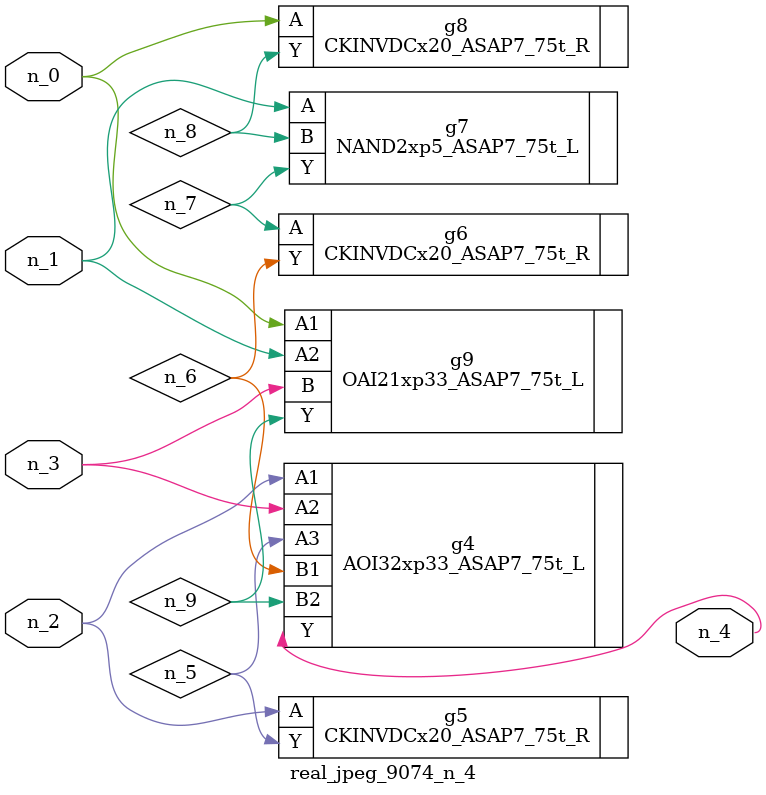
<source format=v>
module real_jpeg_9074_n_4 (n_3, n_1, n_0, n_2, n_4);

input n_3;
input n_1;
input n_0;
input n_2;

output n_4;

wire n_5;
wire n_8;
wire n_6;
wire n_7;
wire n_9;

CKINVDCx20_ASAP7_75t_R g8 ( 
.A(n_0),
.Y(n_8)
);

OAI21xp33_ASAP7_75t_L g9 ( 
.A1(n_0),
.A2(n_1),
.B(n_3),
.Y(n_9)
);

NAND2xp5_ASAP7_75t_L g7 ( 
.A(n_1),
.B(n_8),
.Y(n_7)
);

AOI32xp33_ASAP7_75t_L g4 ( 
.A1(n_2),
.A2(n_3),
.A3(n_5),
.B1(n_6),
.B2(n_9),
.Y(n_4)
);

CKINVDCx20_ASAP7_75t_R g5 ( 
.A(n_2),
.Y(n_5)
);

CKINVDCx20_ASAP7_75t_R g6 ( 
.A(n_7),
.Y(n_6)
);


endmodule
</source>
